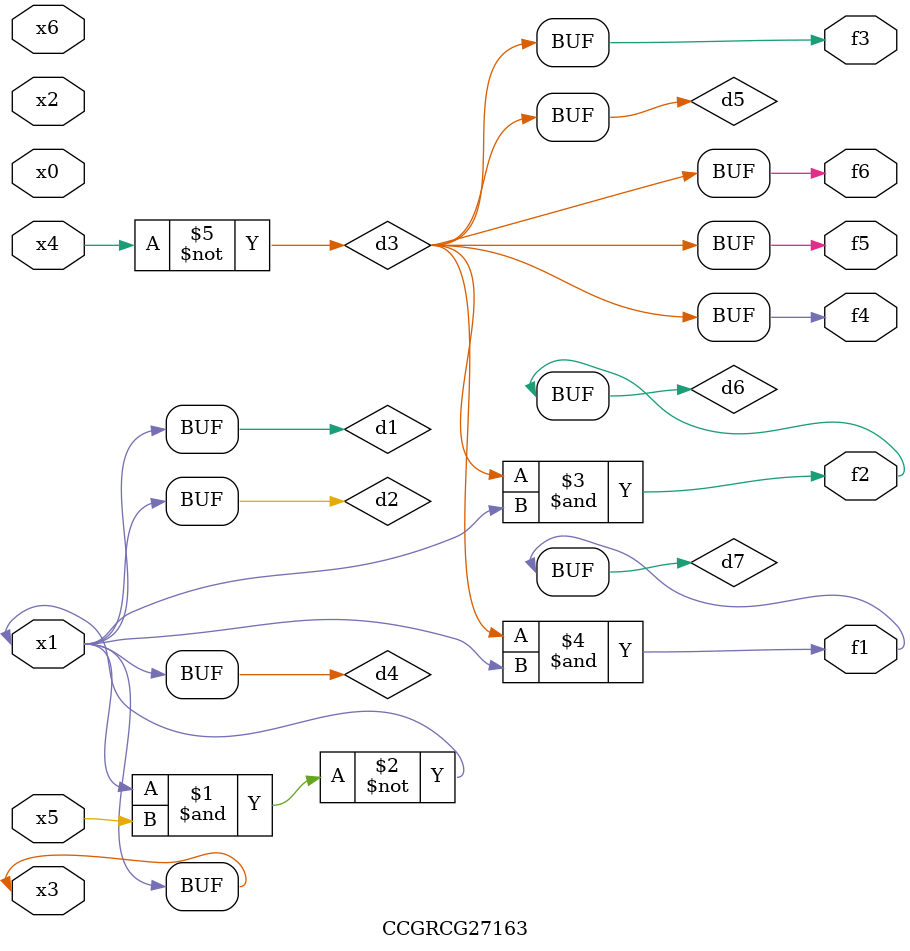
<source format=v>
module CCGRCG27163(
	input x0, x1, x2, x3, x4, x5, x6,
	output f1, f2, f3, f4, f5, f6
);

	wire d1, d2, d3, d4, d5, d6, d7;

	buf (d1, x1, x3);
	nand (d2, x1, x5);
	not (d3, x4);
	buf (d4, d1, d2);
	buf (d5, d3);
	and (d6, d3, d4);
	and (d7, d3, d4);
	assign f1 = d7;
	assign f2 = d6;
	assign f3 = d5;
	assign f4 = d5;
	assign f5 = d5;
	assign f6 = d5;
endmodule

</source>
